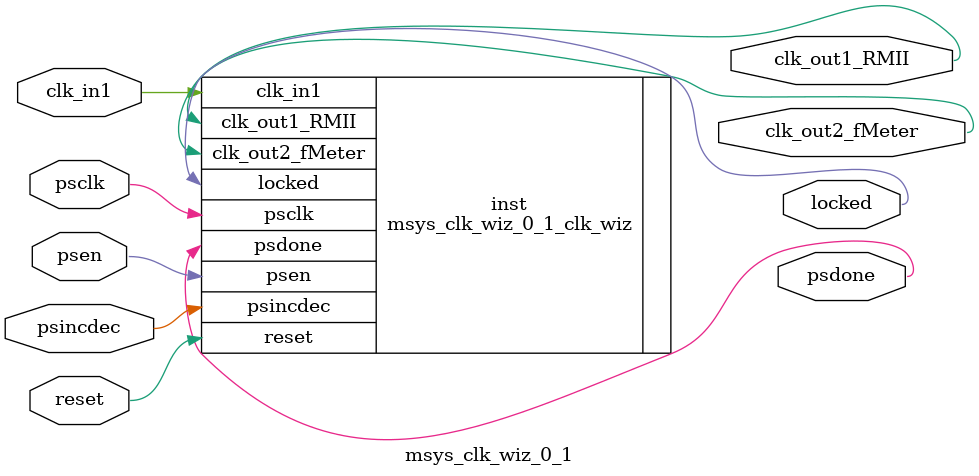
<source format=v>


`timescale 1ps/1ps

(* CORE_GENERATION_INFO = "msys_clk_wiz_0_1,clk_wiz_v6_0_5_0_0,{component_name=msys_clk_wiz_0_1,use_phase_alignment=true,use_min_o_jitter=false,use_max_i_jitter=false,use_dyn_phase_shift=true,use_inclk_switchover=false,use_dyn_reconfig=false,enable_axi=0,feedback_source=FDBK_AUTO,PRIMITIVE=MMCM,num_out_clk=2,clkin1_period=20.000,clkin2_period=10.000,use_power_down=false,use_reset=true,use_locked=true,use_inclk_stopped=false,feedback_type=SINGLE,CLOCK_MGR_TYPE=NA,manual_override=false}" *)

module msys_clk_wiz_0_1 
 (
  // Clock out ports
  output        clk_out1_RMII,
  output        clk_out2_fMeter,
  // Dynamic phase shift ports
  input         psclk,
  input         psen,
  input         psincdec,
  output        psdone,
  // Status and control signals
  input         reset,
  output        locked,
 // Clock in ports
  input         clk_in1
 );

  msys_clk_wiz_0_1_clk_wiz inst
  (
  // Clock out ports  
  .clk_out1_RMII(clk_out1_RMII),
  .clk_out2_fMeter(clk_out2_fMeter),
  // Dynamic phase shift ports                
  .psclk(psclk),
  .psen(psen),
  .psincdec(psincdec),
  .psdone(psdone),
  // Status and control signals               
  .reset(reset), 
  .locked(locked),
 // Clock in ports
  .clk_in1(clk_in1)
  );

endmodule

</source>
